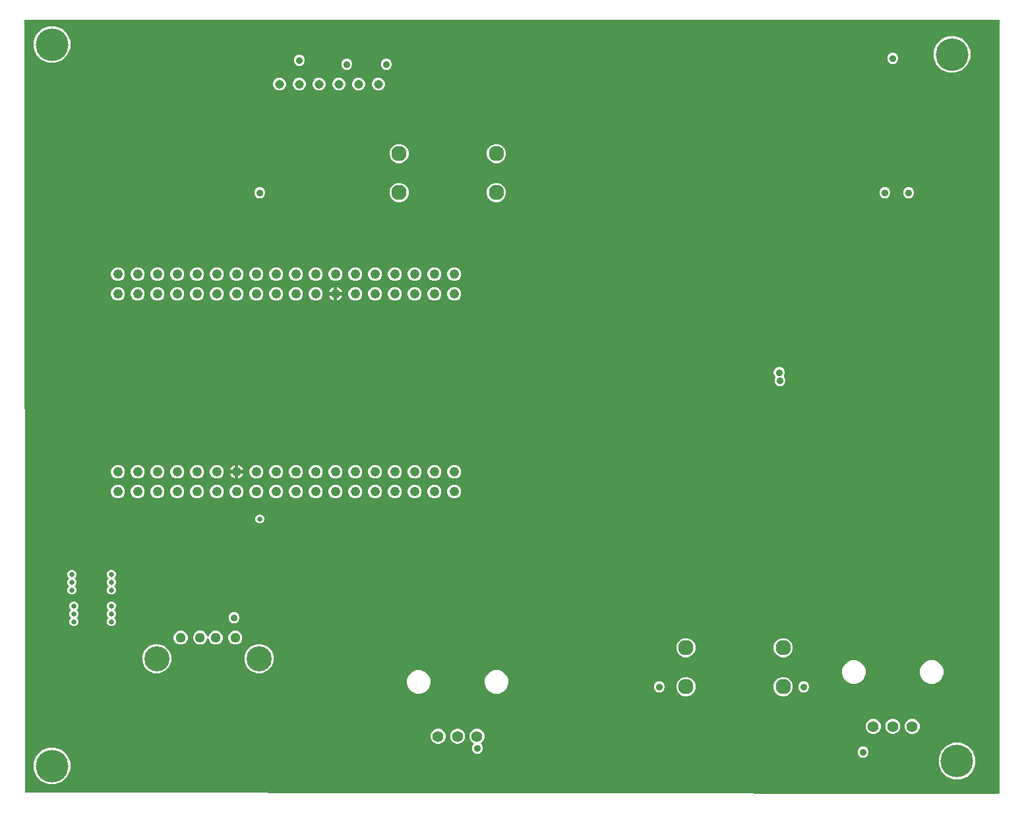
<source format=gbr>
G04 EAGLE Gerber RS-274X export*
G75*
%MOMM*%
%FSLAX34Y34*%
%LPD*%
%INCopper Layer 15*%
%IPPOS*%
%AMOC8*
5,1,8,0,0,1.08239X$1,22.5*%
G01*
%ADD10C,1.137919*%
%ADD11C,1.400000*%
%ADD12C,1.960000*%
%ADD13C,1.244600*%
%ADD14C,1.288000*%
%ADD15C,3.220000*%
%ADD16C,4.191000*%
%ADD17C,0.654800*%
%ADD18C,0.914400*%

G36*
X1253408Y2559D02*
X1253408Y2559D01*
X1253527Y2567D01*
X1253565Y2579D01*
X1253604Y2584D01*
X1253716Y2628D01*
X1253829Y2665D01*
X1253863Y2686D01*
X1253900Y2701D01*
X1253997Y2771D01*
X1254098Y2835D01*
X1254125Y2864D01*
X1254158Y2887D01*
X1254234Y2979D01*
X1254316Y3067D01*
X1254335Y3102D01*
X1254361Y3132D01*
X1254412Y3240D01*
X1254470Y3345D01*
X1254480Y3384D01*
X1254497Y3420D01*
X1254519Y3538D01*
X1254549Y3653D01*
X1254553Y3712D01*
X1254557Y3732D01*
X1254555Y3753D01*
X1254559Y3814D01*
X1254559Y996190D01*
X1254544Y996308D01*
X1254537Y996427D01*
X1254524Y996465D01*
X1254519Y996506D01*
X1254476Y996616D01*
X1254439Y996729D01*
X1254417Y996764D01*
X1254402Y996801D01*
X1254333Y996897D01*
X1254269Y996998D01*
X1254239Y997026D01*
X1254216Y997059D01*
X1254124Y997135D01*
X1254037Y997216D01*
X1254002Y997236D01*
X1253971Y997261D01*
X1253863Y997312D01*
X1253759Y997370D01*
X1253719Y997380D01*
X1253683Y997397D01*
X1253566Y997419D01*
X1253451Y997449D01*
X1253391Y997453D01*
X1253371Y997457D01*
X1253350Y997455D01*
X1253290Y997459D01*
X3814Y997459D01*
X3695Y997444D01*
X3576Y997437D01*
X3538Y997424D01*
X3498Y997419D01*
X3387Y997375D01*
X3273Y997338D01*
X3240Y997317D01*
X3203Y997302D01*
X3106Y997232D01*
X3005Y997168D01*
X2978Y997139D01*
X2945Y997116D01*
X2869Y997023D01*
X2787Y996936D01*
X2768Y996901D01*
X2742Y996871D01*
X2692Y996762D01*
X2634Y996657D01*
X2624Y996619D01*
X2607Y996583D01*
X2584Y996465D01*
X2555Y996349D01*
X2551Y996290D01*
X2547Y996271D01*
X2548Y996250D01*
X2545Y996189D01*
X3553Y5075D01*
X3568Y4958D01*
X3575Y4840D01*
X3588Y4801D01*
X3593Y4759D01*
X3636Y4650D01*
X3673Y4538D01*
X3695Y4502D01*
X3710Y4464D01*
X3780Y4369D01*
X3843Y4269D01*
X3873Y4240D01*
X3897Y4207D01*
X3988Y4132D01*
X4074Y4051D01*
X4110Y4031D01*
X4143Y4004D01*
X4249Y3954D01*
X4352Y3897D01*
X4393Y3887D01*
X4430Y3869D01*
X4546Y3847D01*
X4660Y3817D01*
X4722Y3813D01*
X4743Y3809D01*
X4763Y3811D01*
X4821Y3807D01*
X1253289Y2545D01*
X1253408Y2559D01*
G37*
%LPC*%
G36*
X33426Y941704D02*
X33426Y941704D01*
X24791Y945281D01*
X18181Y951891D01*
X14604Y960526D01*
X14604Y969874D01*
X18181Y978509D01*
X24791Y985119D01*
X33426Y988696D01*
X42774Y988696D01*
X51409Y985119D01*
X58019Y978509D01*
X61596Y969874D01*
X61596Y960526D01*
X58019Y951891D01*
X51409Y945281D01*
X42774Y941704D01*
X33426Y941704D01*
G37*
%LPD*%
%LPC*%
G36*
X1189126Y929004D02*
X1189126Y929004D01*
X1180491Y932581D01*
X1173881Y939191D01*
X1170304Y947826D01*
X1170304Y957174D01*
X1173881Y965809D01*
X1180491Y972419D01*
X1189126Y975996D01*
X1198474Y975996D01*
X1207109Y972419D01*
X1213719Y965809D01*
X1217296Y957174D01*
X1217296Y947826D01*
X1213719Y939191D01*
X1207109Y932581D01*
X1198474Y929004D01*
X1189126Y929004D01*
G37*
%LPD*%
%LPC*%
G36*
X1195476Y20954D02*
X1195476Y20954D01*
X1186841Y24531D01*
X1180231Y31141D01*
X1176654Y39776D01*
X1176654Y49124D01*
X1180231Y57759D01*
X1186841Y64369D01*
X1195476Y67946D01*
X1204824Y67946D01*
X1213459Y64369D01*
X1220069Y57759D01*
X1223646Y49124D01*
X1223646Y39776D01*
X1220069Y31141D01*
X1213459Y24531D01*
X1204824Y20954D01*
X1195476Y20954D01*
G37*
%LPD*%
%LPC*%
G36*
X33426Y14604D02*
X33426Y14604D01*
X24791Y18181D01*
X18181Y24791D01*
X14604Y33426D01*
X14604Y42774D01*
X18181Y51409D01*
X24791Y58019D01*
X33426Y61596D01*
X42774Y61596D01*
X51409Y58019D01*
X58019Y51409D01*
X61596Y42774D01*
X61596Y33426D01*
X58019Y24791D01*
X51409Y18181D01*
X42774Y14604D01*
X33426Y14604D01*
G37*
%LPD*%
%LPC*%
G36*
X300192Y157459D02*
X300192Y157459D01*
X293341Y160297D01*
X288097Y165541D01*
X285259Y172392D01*
X285259Y179808D01*
X288097Y186659D01*
X293341Y191903D01*
X300192Y194741D01*
X307608Y194741D01*
X314459Y191903D01*
X319703Y186659D01*
X322541Y179808D01*
X322541Y172392D01*
X319703Y165541D01*
X314459Y160297D01*
X307608Y157459D01*
X300192Y157459D01*
G37*
%LPD*%
%LPC*%
G36*
X168792Y157459D02*
X168792Y157459D01*
X161941Y160297D01*
X156697Y165541D01*
X153859Y172392D01*
X153859Y179808D01*
X156697Y186659D01*
X161941Y191903D01*
X168792Y194741D01*
X176208Y194741D01*
X183059Y191903D01*
X188303Y186659D01*
X191141Y179808D01*
X191141Y172392D01*
X188303Y165541D01*
X183059Y160297D01*
X176208Y157459D01*
X168792Y157459D01*
G37*
%LPD*%
%LPC*%
G36*
X605808Y131159D02*
X605808Y131159D01*
X600280Y133449D01*
X596049Y137680D01*
X593759Y143208D01*
X593759Y149192D01*
X596049Y154720D01*
X600280Y158951D01*
X605808Y161241D01*
X611792Y161241D01*
X617320Y158951D01*
X621551Y154720D01*
X623841Y149192D01*
X623841Y143208D01*
X621551Y137680D01*
X617320Y133449D01*
X611792Y131159D01*
X605808Y131159D01*
G37*
%LPD*%
%LPC*%
G36*
X1164608Y143859D02*
X1164608Y143859D01*
X1159080Y146149D01*
X1154849Y150380D01*
X1152559Y155908D01*
X1152559Y161892D01*
X1154849Y167420D01*
X1159080Y171651D01*
X1164608Y173941D01*
X1170592Y173941D01*
X1176120Y171651D01*
X1180351Y167420D01*
X1182641Y161892D01*
X1182641Y155908D01*
X1180351Y150380D01*
X1176120Y146149D01*
X1170592Y143859D01*
X1164608Y143859D01*
G37*
%LPD*%
%LPC*%
G36*
X1064608Y143859D02*
X1064608Y143859D01*
X1059080Y146149D01*
X1054849Y150380D01*
X1052559Y155908D01*
X1052559Y161892D01*
X1054849Y167420D01*
X1059080Y171651D01*
X1064608Y173941D01*
X1070592Y173941D01*
X1076120Y171651D01*
X1080351Y167420D01*
X1082641Y161892D01*
X1082641Y155908D01*
X1080351Y150380D01*
X1076120Y146149D01*
X1070592Y143859D01*
X1064608Y143859D01*
G37*
%LPD*%
%LPC*%
G36*
X505808Y131159D02*
X505808Y131159D01*
X500280Y133449D01*
X496049Y137680D01*
X493759Y143208D01*
X493759Y149192D01*
X496049Y154720D01*
X500280Y158951D01*
X505808Y161241D01*
X511792Y161241D01*
X517320Y158951D01*
X521551Y154720D01*
X523841Y149192D01*
X523841Y143208D01*
X521551Y137680D01*
X517320Y133449D01*
X511792Y131159D01*
X505808Y131159D01*
G37*
%LPD*%
%LPC*%
G36*
X226414Y194219D02*
X226414Y194219D01*
X223113Y195586D01*
X220586Y198113D01*
X219219Y201414D01*
X219219Y204986D01*
X220586Y208287D01*
X223113Y210814D01*
X226414Y212181D01*
X229986Y212181D01*
X233287Y210814D01*
X235814Y208287D01*
X237027Y205357D01*
X237096Y205236D01*
X237161Y205113D01*
X237175Y205098D01*
X237185Y205080D01*
X237282Y204980D01*
X237375Y204878D01*
X237392Y204866D01*
X237406Y204852D01*
X237524Y204779D01*
X237641Y204703D01*
X237660Y204696D01*
X237677Y204686D01*
X237810Y204645D01*
X237942Y204600D01*
X237962Y204598D01*
X237981Y204592D01*
X238120Y204585D01*
X238259Y204574D01*
X238279Y204578D01*
X238299Y204577D01*
X238435Y204605D01*
X238572Y204629D01*
X238591Y204637D01*
X238610Y204641D01*
X238735Y204702D01*
X238862Y204759D01*
X238878Y204772D01*
X238896Y204781D01*
X239002Y204871D01*
X239110Y204958D01*
X239123Y204974D01*
X239138Y204987D01*
X239218Y205101D01*
X239302Y205212D01*
X239314Y205237D01*
X239321Y205247D01*
X239328Y205267D01*
X239373Y205357D01*
X240586Y208287D01*
X243113Y210814D01*
X246414Y212181D01*
X249986Y212181D01*
X253287Y210814D01*
X255814Y208287D01*
X257181Y204986D01*
X257181Y201414D01*
X255814Y198113D01*
X253287Y195586D01*
X249986Y194219D01*
X246414Y194219D01*
X243113Y195586D01*
X240586Y198113D01*
X239373Y201043D01*
X239360Y201065D01*
X239353Y201087D01*
X239301Y201168D01*
X239239Y201287D01*
X239225Y201302D01*
X239215Y201320D01*
X239188Y201348D01*
X239183Y201356D01*
X239152Y201385D01*
X239118Y201420D01*
X239025Y201522D01*
X239008Y201533D01*
X238994Y201548D01*
X238875Y201621D01*
X238759Y201697D01*
X238740Y201704D01*
X238723Y201714D01*
X238590Y201755D01*
X238458Y201800D01*
X238438Y201802D01*
X238419Y201808D01*
X238280Y201815D01*
X238141Y201826D01*
X238121Y201822D01*
X238101Y201823D01*
X237965Y201795D01*
X237828Y201771D01*
X237809Y201763D01*
X237790Y201759D01*
X237664Y201697D01*
X237538Y201641D01*
X237522Y201628D01*
X237504Y201619D01*
X237398Y201529D01*
X237340Y201483D01*
X237327Y201473D01*
X237325Y201470D01*
X237290Y201442D01*
X237277Y201426D01*
X237262Y201413D01*
X237182Y201299D01*
X237170Y201283D01*
X237124Y201228D01*
X237118Y201214D01*
X237098Y201188D01*
X237086Y201163D01*
X237079Y201153D01*
X237072Y201133D01*
X237027Y201043D01*
X235814Y198113D01*
X233287Y195586D01*
X229986Y194219D01*
X226414Y194219D01*
G37*
%LPD*%
%LPC*%
G36*
X974445Y127759D02*
X974445Y127759D01*
X969910Y129638D01*
X966438Y133110D01*
X964559Y137645D01*
X964559Y142555D01*
X966438Y147090D01*
X969910Y150562D01*
X974445Y152441D01*
X979355Y152441D01*
X983890Y150562D01*
X987362Y147090D01*
X989241Y142555D01*
X989241Y137645D01*
X987362Y133110D01*
X983890Y129638D01*
X979355Y127759D01*
X974445Y127759D01*
G37*
%LPD*%
%LPC*%
G36*
X606145Y812759D02*
X606145Y812759D01*
X601610Y814638D01*
X598138Y818110D01*
X596259Y822645D01*
X596259Y827555D01*
X598138Y832090D01*
X601610Y835562D01*
X606145Y837441D01*
X611055Y837441D01*
X615590Y835562D01*
X619062Y832090D01*
X620941Y827555D01*
X620941Y822645D01*
X619062Y818110D01*
X615590Y814638D01*
X611055Y812759D01*
X606145Y812759D01*
G37*
%LPD*%
%LPC*%
G36*
X481145Y812759D02*
X481145Y812759D01*
X476610Y814638D01*
X473138Y818110D01*
X471259Y822645D01*
X471259Y827555D01*
X473138Y832090D01*
X476610Y835562D01*
X481145Y837441D01*
X486055Y837441D01*
X490590Y835562D01*
X494062Y832090D01*
X495941Y827555D01*
X495941Y822645D01*
X494062Y818110D01*
X490590Y814638D01*
X486055Y812759D01*
X481145Y812759D01*
G37*
%LPD*%
%LPC*%
G36*
X606145Y762759D02*
X606145Y762759D01*
X601610Y764638D01*
X598138Y768110D01*
X596259Y772645D01*
X596259Y777555D01*
X598138Y782090D01*
X601610Y785562D01*
X606145Y787441D01*
X611055Y787441D01*
X615590Y785562D01*
X619062Y782090D01*
X620941Y777555D01*
X620941Y772645D01*
X619062Y768110D01*
X615590Y764638D01*
X611055Y762759D01*
X606145Y762759D01*
G37*
%LPD*%
%LPC*%
G36*
X481145Y762759D02*
X481145Y762759D01*
X476610Y764638D01*
X473138Y768110D01*
X471259Y772645D01*
X471259Y777555D01*
X473138Y782090D01*
X476610Y785562D01*
X481145Y787441D01*
X486055Y787441D01*
X490590Y785562D01*
X494062Y782090D01*
X495941Y777555D01*
X495941Y772645D01*
X494062Y768110D01*
X490590Y764638D01*
X486055Y762759D01*
X481145Y762759D01*
G37*
%LPD*%
%LPC*%
G36*
X974445Y177759D02*
X974445Y177759D01*
X969910Y179638D01*
X966438Y183110D01*
X964559Y187645D01*
X964559Y192555D01*
X966438Y197090D01*
X969910Y200562D01*
X974445Y202441D01*
X979355Y202441D01*
X983890Y200562D01*
X987362Y197090D01*
X989241Y192555D01*
X989241Y187645D01*
X987362Y183110D01*
X983890Y179638D01*
X979355Y177759D01*
X974445Y177759D01*
G37*
%LPD*%
%LPC*%
G36*
X849445Y127759D02*
X849445Y127759D01*
X844910Y129638D01*
X841438Y133110D01*
X839559Y137645D01*
X839559Y142555D01*
X841438Y147090D01*
X844910Y150562D01*
X849445Y152441D01*
X854355Y152441D01*
X858890Y150562D01*
X862362Y147090D01*
X864241Y142555D01*
X864241Y137645D01*
X862362Y133110D01*
X858890Y129638D01*
X854355Y127759D01*
X849445Y127759D01*
G37*
%LPD*%
%LPC*%
G36*
X849445Y177759D02*
X849445Y177759D01*
X844910Y179638D01*
X841438Y183110D01*
X839559Y187645D01*
X839559Y192555D01*
X841438Y197090D01*
X844910Y200562D01*
X849445Y202441D01*
X854355Y202441D01*
X858890Y200562D01*
X862362Y197090D01*
X864241Y192555D01*
X864241Y187645D01*
X862362Y183110D01*
X858890Y179638D01*
X854355Y177759D01*
X849445Y177759D01*
G37*
%LPD*%
%LPC*%
G36*
X582785Y53847D02*
X582785Y53847D01*
X580171Y54930D01*
X578170Y56931D01*
X577087Y59545D01*
X577087Y62375D01*
X578170Y64989D01*
X579101Y65920D01*
X579132Y65959D01*
X579168Y65993D01*
X579229Y66084D01*
X579296Y66171D01*
X579316Y66217D01*
X579343Y66258D01*
X579379Y66362D01*
X579422Y66463D01*
X579430Y66512D01*
X579446Y66559D01*
X579455Y66668D01*
X579472Y66777D01*
X579468Y66827D01*
X579471Y66876D01*
X579453Y66984D01*
X579442Y67094D01*
X579426Y67141D01*
X579417Y67190D01*
X579372Y67290D01*
X579335Y67393D01*
X579307Y67434D01*
X579286Y67480D01*
X579218Y67565D01*
X579156Y67656D01*
X579119Y67689D01*
X579088Y67728D01*
X579000Y67794D01*
X578918Y67867D01*
X578873Y67889D01*
X578834Y67919D01*
X578689Y67990D01*
X578396Y68112D01*
X575712Y70796D01*
X574259Y74302D01*
X574259Y78098D01*
X575712Y81604D01*
X578396Y84288D01*
X581902Y85741D01*
X585698Y85741D01*
X589204Y84288D01*
X591888Y81604D01*
X593341Y78098D01*
X593341Y74302D01*
X591888Y70796D01*
X589053Y67961D01*
X588980Y67866D01*
X588901Y67777D01*
X588883Y67741D01*
X588858Y67709D01*
X588811Y67600D01*
X588757Y67494D01*
X588748Y67455D01*
X588732Y67418D01*
X588713Y67300D01*
X588687Y67184D01*
X588688Y67143D01*
X588682Y67103D01*
X588693Y66985D01*
X588697Y66866D01*
X588708Y66827D01*
X588712Y66787D01*
X588752Y66675D01*
X588785Y66560D01*
X588806Y66526D01*
X588820Y66488D01*
X588886Y66389D01*
X588947Y66286D01*
X588987Y66241D01*
X588998Y66224D01*
X589013Y66211D01*
X589053Y66166D01*
X590230Y64989D01*
X591313Y62375D01*
X591313Y59545D01*
X590230Y56931D01*
X588229Y54930D01*
X585615Y53847D01*
X582785Y53847D01*
G37*
%LPD*%
%LPC*%
G36*
X62343Y258345D02*
X62343Y258345D01*
X60206Y259230D01*
X58570Y260866D01*
X57685Y263003D01*
X57685Y265317D01*
X58570Y267454D01*
X59459Y268343D01*
X59532Y268437D01*
X59611Y268526D01*
X59629Y268562D01*
X59654Y268594D01*
X59702Y268703D01*
X59756Y268809D01*
X59764Y268848D01*
X59781Y268886D01*
X59799Y269003D01*
X59825Y269119D01*
X59824Y269160D01*
X59830Y269200D01*
X59819Y269318D01*
X59816Y269437D01*
X59804Y269476D01*
X59801Y269516D01*
X59760Y269628D01*
X59727Y269743D01*
X59707Y269778D01*
X59693Y269816D01*
X59626Y269914D01*
X59566Y270017D01*
X59526Y270062D01*
X59514Y270079D01*
X59499Y270092D01*
X59459Y270138D01*
X58570Y271026D01*
X57685Y273163D01*
X57685Y275477D01*
X58570Y277614D01*
X59459Y278503D01*
X59532Y278597D01*
X59611Y278686D01*
X59629Y278722D01*
X59654Y278754D01*
X59702Y278863D01*
X59756Y278969D01*
X59764Y279008D01*
X59781Y279046D01*
X59799Y279163D01*
X59825Y279279D01*
X59824Y279320D01*
X59830Y279360D01*
X59819Y279478D01*
X59816Y279597D01*
X59804Y279636D01*
X59801Y279676D01*
X59760Y279788D01*
X59727Y279903D01*
X59707Y279938D01*
X59693Y279976D01*
X59626Y280074D01*
X59566Y280177D01*
X59526Y280222D01*
X59514Y280239D01*
X59499Y280252D01*
X59459Y280298D01*
X58570Y281186D01*
X57685Y283323D01*
X57685Y285637D01*
X58570Y287774D01*
X60206Y289410D01*
X62343Y290295D01*
X64657Y290295D01*
X66794Y289410D01*
X68430Y287774D01*
X69315Y285637D01*
X69315Y283323D01*
X68430Y281186D01*
X67541Y280298D01*
X67468Y280204D01*
X67389Y280114D01*
X67371Y280078D01*
X67346Y280046D01*
X67299Y279937D01*
X67244Y279831D01*
X67236Y279792D01*
X67219Y279754D01*
X67201Y279637D01*
X67175Y279521D01*
X67176Y279480D01*
X67170Y279440D01*
X67181Y279322D01*
X67184Y279203D01*
X67196Y279164D01*
X67199Y279124D01*
X67240Y279011D01*
X67273Y278897D01*
X67293Y278863D01*
X67307Y278824D01*
X67374Y278726D01*
X67434Y278623D01*
X67474Y278578D01*
X67486Y278561D01*
X67501Y278548D01*
X67541Y278503D01*
X68430Y277614D01*
X69315Y275477D01*
X69315Y273163D01*
X68430Y271026D01*
X67541Y270138D01*
X67468Y270044D01*
X67389Y269954D01*
X67371Y269918D01*
X67346Y269886D01*
X67299Y269777D01*
X67244Y269671D01*
X67236Y269632D01*
X67219Y269594D01*
X67201Y269477D01*
X67175Y269361D01*
X67176Y269320D01*
X67170Y269280D01*
X67181Y269162D01*
X67184Y269043D01*
X67196Y269004D01*
X67199Y268964D01*
X67240Y268851D01*
X67273Y268737D01*
X67293Y268703D01*
X67307Y268664D01*
X67374Y268566D01*
X67434Y268463D01*
X67474Y268418D01*
X67486Y268401D01*
X67501Y268388D01*
X67541Y268343D01*
X68430Y267454D01*
X69315Y265317D01*
X69315Y263003D01*
X68430Y260866D01*
X66794Y259230D01*
X64657Y258345D01*
X62343Y258345D01*
G37*
%LPD*%
%LPC*%
G36*
X113143Y258345D02*
X113143Y258345D01*
X111006Y259230D01*
X109370Y260866D01*
X108485Y263003D01*
X108485Y265317D01*
X109370Y267454D01*
X110259Y268343D01*
X110332Y268437D01*
X110411Y268526D01*
X110429Y268562D01*
X110454Y268594D01*
X110502Y268703D01*
X110556Y268809D01*
X110564Y268848D01*
X110581Y268886D01*
X110599Y269003D01*
X110625Y269119D01*
X110624Y269160D01*
X110630Y269200D01*
X110619Y269318D01*
X110616Y269437D01*
X110604Y269476D01*
X110601Y269516D01*
X110560Y269628D01*
X110527Y269743D01*
X110507Y269778D01*
X110493Y269816D01*
X110426Y269914D01*
X110366Y270017D01*
X110326Y270062D01*
X110314Y270079D01*
X110299Y270092D01*
X110259Y270138D01*
X109370Y271026D01*
X108485Y273163D01*
X108485Y275477D01*
X109370Y277614D01*
X110259Y278503D01*
X110332Y278597D01*
X110411Y278686D01*
X110429Y278722D01*
X110454Y278754D01*
X110502Y278863D01*
X110556Y278969D01*
X110564Y279008D01*
X110581Y279046D01*
X110599Y279163D01*
X110625Y279279D01*
X110624Y279320D01*
X110630Y279360D01*
X110619Y279478D01*
X110616Y279597D01*
X110604Y279636D01*
X110601Y279676D01*
X110560Y279788D01*
X110527Y279903D01*
X110507Y279938D01*
X110493Y279976D01*
X110426Y280074D01*
X110366Y280177D01*
X110326Y280222D01*
X110314Y280239D01*
X110299Y280252D01*
X110259Y280298D01*
X109370Y281186D01*
X108485Y283323D01*
X108485Y285637D01*
X109370Y287774D01*
X111006Y289410D01*
X113143Y290295D01*
X115457Y290295D01*
X117594Y289410D01*
X119230Y287774D01*
X120115Y285637D01*
X120115Y283323D01*
X119230Y281186D01*
X118341Y280298D01*
X118268Y280204D01*
X118189Y280114D01*
X118171Y280078D01*
X118146Y280046D01*
X118099Y279937D01*
X118044Y279831D01*
X118036Y279792D01*
X118019Y279754D01*
X118001Y279637D01*
X117975Y279521D01*
X117976Y279480D01*
X117970Y279440D01*
X117981Y279322D01*
X117984Y279203D01*
X117996Y279164D01*
X117999Y279124D01*
X118040Y279011D01*
X118073Y278897D01*
X118093Y278863D01*
X118107Y278824D01*
X118174Y278726D01*
X118234Y278623D01*
X118274Y278578D01*
X118286Y278561D01*
X118301Y278548D01*
X118341Y278503D01*
X119230Y277614D01*
X120115Y275477D01*
X120115Y273163D01*
X119230Y271026D01*
X118341Y270138D01*
X118268Y270044D01*
X118189Y269954D01*
X118171Y269918D01*
X118146Y269886D01*
X118099Y269777D01*
X118044Y269671D01*
X118036Y269632D01*
X118019Y269594D01*
X118001Y269477D01*
X117975Y269361D01*
X117976Y269320D01*
X117970Y269280D01*
X117981Y269162D01*
X117984Y269043D01*
X117996Y269004D01*
X117999Y268964D01*
X118040Y268851D01*
X118073Y268737D01*
X118093Y268703D01*
X118107Y268664D01*
X118174Y268566D01*
X118234Y268463D01*
X118274Y268418D01*
X118286Y268401D01*
X118301Y268388D01*
X118341Y268343D01*
X119230Y267454D01*
X120115Y265317D01*
X120115Y263003D01*
X119230Y260866D01*
X117594Y259230D01*
X115457Y258345D01*
X113143Y258345D01*
G37*
%LPD*%
%LPC*%
G36*
X64883Y217705D02*
X64883Y217705D01*
X62746Y218590D01*
X61110Y220226D01*
X60225Y222363D01*
X60225Y224677D01*
X61110Y226814D01*
X61999Y227703D01*
X62072Y227797D01*
X62151Y227886D01*
X62169Y227922D01*
X62194Y227954D01*
X62242Y228063D01*
X62296Y228169D01*
X62304Y228208D01*
X62321Y228246D01*
X62339Y228363D01*
X62365Y228479D01*
X62364Y228520D01*
X62370Y228560D01*
X62359Y228678D01*
X62356Y228797D01*
X62344Y228836D01*
X62341Y228876D01*
X62300Y228988D01*
X62267Y229103D01*
X62247Y229138D01*
X62233Y229176D01*
X62166Y229274D01*
X62106Y229377D01*
X62066Y229422D01*
X62054Y229439D01*
X62039Y229452D01*
X61999Y229498D01*
X61110Y230386D01*
X60225Y232523D01*
X60225Y234837D01*
X61110Y236974D01*
X61999Y237863D01*
X62072Y237957D01*
X62151Y238046D01*
X62169Y238082D01*
X62194Y238114D01*
X62242Y238223D01*
X62296Y238329D01*
X62304Y238368D01*
X62321Y238406D01*
X62339Y238523D01*
X62365Y238639D01*
X62364Y238680D01*
X62370Y238720D01*
X62359Y238838D01*
X62356Y238957D01*
X62344Y238996D01*
X62341Y239036D01*
X62300Y239148D01*
X62267Y239263D01*
X62247Y239298D01*
X62233Y239336D01*
X62166Y239434D01*
X62106Y239537D01*
X62066Y239582D01*
X62054Y239599D01*
X62039Y239612D01*
X61999Y239658D01*
X61110Y240546D01*
X60225Y242683D01*
X60225Y244997D01*
X61110Y247134D01*
X62746Y248770D01*
X64883Y249655D01*
X67197Y249655D01*
X69334Y248770D01*
X70970Y247134D01*
X71855Y244997D01*
X71855Y242683D01*
X70970Y240546D01*
X70081Y239658D01*
X70008Y239564D01*
X69929Y239474D01*
X69911Y239438D01*
X69886Y239406D01*
X69839Y239297D01*
X69784Y239191D01*
X69776Y239152D01*
X69759Y239114D01*
X69741Y238997D01*
X69715Y238881D01*
X69716Y238840D01*
X69710Y238800D01*
X69721Y238682D01*
X69724Y238563D01*
X69736Y238524D01*
X69739Y238484D01*
X69780Y238371D01*
X69813Y238257D01*
X69833Y238223D01*
X69847Y238184D01*
X69914Y238086D01*
X69974Y237983D01*
X70014Y237938D01*
X70026Y237921D01*
X70041Y237908D01*
X70081Y237863D01*
X70970Y236974D01*
X71855Y234837D01*
X71855Y232523D01*
X70970Y230386D01*
X70081Y229498D01*
X70008Y229404D01*
X69929Y229314D01*
X69911Y229278D01*
X69886Y229246D01*
X69839Y229137D01*
X69784Y229031D01*
X69776Y228992D01*
X69759Y228954D01*
X69741Y228837D01*
X69715Y228721D01*
X69716Y228680D01*
X69710Y228640D01*
X69721Y228522D01*
X69724Y228403D01*
X69736Y228364D01*
X69739Y228324D01*
X69780Y228211D01*
X69813Y228097D01*
X69833Y228063D01*
X69847Y228024D01*
X69914Y227926D01*
X69974Y227823D01*
X70014Y227778D01*
X70026Y227761D01*
X70041Y227748D01*
X70081Y227703D01*
X70970Y226814D01*
X71855Y224677D01*
X71855Y222363D01*
X70970Y220226D01*
X69334Y218590D01*
X67197Y217705D01*
X64883Y217705D01*
G37*
%LPD*%
%LPC*%
G36*
X113143Y217705D02*
X113143Y217705D01*
X111006Y218590D01*
X109370Y220226D01*
X108485Y222363D01*
X108485Y224677D01*
X109370Y226814D01*
X110259Y227702D01*
X110332Y227796D01*
X110411Y227886D01*
X110429Y227922D01*
X110454Y227954D01*
X110501Y228063D01*
X110556Y228169D01*
X110564Y228208D01*
X110581Y228246D01*
X110599Y228363D01*
X110625Y228479D01*
X110624Y228520D01*
X110630Y228560D01*
X110619Y228678D01*
X110616Y228797D01*
X110604Y228836D01*
X110601Y228876D01*
X110560Y228989D01*
X110527Y229103D01*
X110507Y229137D01*
X110493Y229176D01*
X110426Y229274D01*
X110366Y229377D01*
X110326Y229422D01*
X110314Y229439D01*
X110299Y229452D01*
X110259Y229497D01*
X109370Y230386D01*
X108485Y232523D01*
X108485Y234837D01*
X109370Y236974D01*
X110259Y237862D01*
X110332Y237956D01*
X110411Y238046D01*
X110429Y238082D01*
X110454Y238114D01*
X110501Y238223D01*
X110556Y238329D01*
X110564Y238368D01*
X110581Y238406D01*
X110599Y238523D01*
X110625Y238639D01*
X110624Y238680D01*
X110630Y238720D01*
X110619Y238838D01*
X110616Y238957D01*
X110604Y238996D01*
X110601Y239036D01*
X110560Y239149D01*
X110527Y239263D01*
X110507Y239297D01*
X110493Y239336D01*
X110426Y239434D01*
X110366Y239537D01*
X110326Y239582D01*
X110314Y239599D01*
X110299Y239612D01*
X110259Y239657D01*
X109370Y240546D01*
X108485Y242683D01*
X108485Y244997D01*
X109370Y247134D01*
X111006Y248770D01*
X113143Y249655D01*
X115457Y249655D01*
X117594Y248770D01*
X119230Y247134D01*
X120115Y244997D01*
X120115Y242683D01*
X119230Y240546D01*
X118341Y239657D01*
X118268Y239563D01*
X118189Y239474D01*
X118171Y239438D01*
X118146Y239406D01*
X118098Y239297D01*
X118044Y239191D01*
X118036Y239152D01*
X118019Y239114D01*
X118001Y238997D01*
X117975Y238881D01*
X117976Y238840D01*
X117970Y238800D01*
X117981Y238682D01*
X117984Y238563D01*
X117996Y238524D01*
X117999Y238484D01*
X118040Y238372D01*
X118073Y238257D01*
X118093Y238222D01*
X118107Y238184D01*
X118174Y238086D01*
X118234Y237983D01*
X118274Y237938D01*
X118286Y237921D01*
X118301Y237908D01*
X118341Y237862D01*
X119230Y236974D01*
X120115Y234837D01*
X120115Y232523D01*
X119230Y230386D01*
X118341Y229497D01*
X118268Y229403D01*
X118189Y229314D01*
X118171Y229278D01*
X118146Y229246D01*
X118098Y229137D01*
X118044Y229031D01*
X118036Y228992D01*
X118019Y228954D01*
X118001Y228837D01*
X117975Y228721D01*
X117976Y228680D01*
X117970Y228640D01*
X117981Y228522D01*
X117984Y228403D01*
X117996Y228364D01*
X117999Y228324D01*
X118040Y228212D01*
X118073Y228097D01*
X118093Y228062D01*
X118107Y228024D01*
X118174Y227926D01*
X118234Y227823D01*
X118274Y227778D01*
X118286Y227761D01*
X118301Y227748D01*
X118341Y227702D01*
X119230Y226814D01*
X120115Y224677D01*
X120115Y222363D01*
X119230Y220226D01*
X117594Y218590D01*
X115457Y217705D01*
X113143Y217705D01*
G37*
%LPD*%
%LPC*%
G36*
X971405Y526287D02*
X971405Y526287D01*
X968791Y527370D01*
X966790Y529371D01*
X965707Y531985D01*
X965707Y534815D01*
X966784Y537413D01*
X966791Y537442D01*
X966805Y537468D01*
X966833Y537595D01*
X966868Y537720D01*
X966868Y537750D01*
X966875Y537778D01*
X966871Y537908D01*
X966873Y538038D01*
X966866Y538067D01*
X966865Y538096D01*
X966829Y538221D01*
X966798Y538347D01*
X966785Y538373D01*
X966776Y538402D01*
X966710Y538514D01*
X966650Y538628D01*
X966630Y538650D01*
X966615Y538676D01*
X966508Y538797D01*
X965774Y539531D01*
X964691Y542145D01*
X964691Y544975D01*
X965774Y547589D01*
X967775Y549590D01*
X970389Y550673D01*
X973219Y550673D01*
X975833Y549590D01*
X977834Y547589D01*
X978917Y544975D01*
X978917Y542145D01*
X977840Y539547D01*
X977833Y539518D01*
X977819Y539492D01*
X977791Y539365D01*
X977756Y539240D01*
X977756Y539210D01*
X977749Y539182D01*
X977753Y539052D01*
X977751Y538922D01*
X977758Y538893D01*
X977759Y538864D01*
X977795Y538739D01*
X977826Y538613D01*
X977839Y538587D01*
X977848Y538558D01*
X977914Y538446D01*
X977974Y538332D01*
X977994Y538310D01*
X978009Y538284D01*
X978116Y538163D01*
X978850Y537429D01*
X979933Y534815D01*
X979933Y531985D01*
X978850Y529371D01*
X976849Y527370D01*
X974235Y526287D01*
X971405Y526287D01*
G37*
%LPD*%
%LPC*%
G36*
X1090702Y79359D02*
X1090702Y79359D01*
X1087196Y80812D01*
X1084512Y83496D01*
X1083059Y87002D01*
X1083059Y90798D01*
X1084512Y94304D01*
X1087196Y96988D01*
X1090702Y98441D01*
X1094498Y98441D01*
X1098004Y96988D01*
X1100688Y94304D01*
X1102141Y90798D01*
X1102141Y87002D01*
X1100688Y83496D01*
X1098004Y80812D01*
X1094498Y79359D01*
X1090702Y79359D01*
G37*
%LPD*%
%LPC*%
G36*
X556902Y66659D02*
X556902Y66659D01*
X553396Y68112D01*
X550712Y70796D01*
X549259Y74302D01*
X549259Y78098D01*
X550712Y81604D01*
X553396Y84288D01*
X556902Y85741D01*
X560698Y85741D01*
X564204Y84288D01*
X566888Y81604D01*
X568341Y78098D01*
X568341Y74302D01*
X566888Y70796D01*
X564204Y68112D01*
X560698Y66659D01*
X556902Y66659D01*
G37*
%LPD*%
%LPC*%
G36*
X531902Y66659D02*
X531902Y66659D01*
X528396Y68112D01*
X525712Y70796D01*
X524259Y74302D01*
X524259Y78098D01*
X525712Y81604D01*
X528396Y84288D01*
X531902Y85741D01*
X535698Y85741D01*
X539204Y84288D01*
X541888Y81604D01*
X543341Y78098D01*
X543341Y74302D01*
X541888Y70796D01*
X539204Y68112D01*
X535698Y66659D01*
X531902Y66659D01*
G37*
%LPD*%
%LPC*%
G36*
X1115702Y79359D02*
X1115702Y79359D01*
X1112196Y80812D01*
X1109512Y83496D01*
X1108059Y87002D01*
X1108059Y90798D01*
X1109512Y94304D01*
X1112196Y96988D01*
X1115702Y98441D01*
X1119498Y98441D01*
X1123004Y96988D01*
X1125688Y94304D01*
X1127141Y90798D01*
X1127141Y87002D01*
X1125688Y83496D01*
X1123004Y80812D01*
X1119498Y79359D01*
X1115702Y79359D01*
G37*
%LPD*%
%LPC*%
G36*
X1140702Y79359D02*
X1140702Y79359D01*
X1137196Y80812D01*
X1134512Y83496D01*
X1133059Y87002D01*
X1133059Y90798D01*
X1134512Y94304D01*
X1137196Y96988D01*
X1140702Y98441D01*
X1144498Y98441D01*
X1148004Y96988D01*
X1150688Y94304D01*
X1152141Y90798D01*
X1152141Y87002D01*
X1150688Y83496D01*
X1148004Y80812D01*
X1144498Y79359D01*
X1140702Y79359D01*
G37*
%LPD*%
%LPC*%
G36*
X201414Y194219D02*
X201414Y194219D01*
X198113Y195586D01*
X195586Y198113D01*
X194219Y201414D01*
X194219Y204986D01*
X195586Y208287D01*
X198113Y210814D01*
X201414Y212181D01*
X204986Y212181D01*
X208287Y210814D01*
X210814Y208287D01*
X212181Y204986D01*
X212181Y201414D01*
X210814Y198113D01*
X208287Y195586D01*
X204986Y194219D01*
X201414Y194219D01*
G37*
%LPD*%
%LPC*%
G36*
X271414Y194219D02*
X271414Y194219D01*
X268113Y195586D01*
X265586Y198113D01*
X264219Y201414D01*
X264219Y204986D01*
X265586Y208287D01*
X268113Y210814D01*
X271414Y212181D01*
X274986Y212181D01*
X278287Y210814D01*
X280814Y208287D01*
X282181Y204986D01*
X282181Y201414D01*
X280814Y198113D01*
X278287Y195586D01*
X274986Y194219D01*
X271414Y194219D01*
G37*
%LPD*%
%LPC*%
G36*
X273257Y661536D02*
X273257Y661536D01*
X270036Y662870D01*
X267570Y665336D01*
X266236Y668557D01*
X266236Y672043D01*
X267570Y675264D01*
X270036Y677730D01*
X273257Y679064D01*
X276743Y679064D01*
X279964Y677730D01*
X282430Y675264D01*
X283764Y672043D01*
X283764Y668557D01*
X282430Y665336D01*
X279964Y662870D01*
X276743Y661536D01*
X273257Y661536D01*
G37*
%LPD*%
%LPC*%
G36*
X247857Y661536D02*
X247857Y661536D01*
X244636Y662870D01*
X242170Y665336D01*
X240836Y668557D01*
X240836Y672043D01*
X242170Y675264D01*
X244636Y677730D01*
X247857Y679064D01*
X251343Y679064D01*
X254564Y677730D01*
X257030Y675264D01*
X258364Y672043D01*
X258364Y668557D01*
X257030Y665336D01*
X254564Y662870D01*
X251343Y661536D01*
X247857Y661536D01*
G37*
%LPD*%
%LPC*%
G36*
X222457Y661536D02*
X222457Y661536D01*
X219236Y662870D01*
X216770Y665336D01*
X215436Y668557D01*
X215436Y672043D01*
X216770Y675264D01*
X219236Y677730D01*
X222457Y679064D01*
X225943Y679064D01*
X229164Y677730D01*
X231630Y675264D01*
X232964Y672043D01*
X232964Y668557D01*
X231630Y665336D01*
X229164Y662870D01*
X225943Y661536D01*
X222457Y661536D01*
G37*
%LPD*%
%LPC*%
G36*
X197057Y661536D02*
X197057Y661536D01*
X193836Y662870D01*
X191370Y665336D01*
X190036Y668557D01*
X190036Y672043D01*
X191370Y675264D01*
X193836Y677730D01*
X197057Y679064D01*
X200543Y679064D01*
X203764Y677730D01*
X206230Y675264D01*
X207564Y672043D01*
X207564Y668557D01*
X206230Y665336D01*
X203764Y662870D01*
X200543Y661536D01*
X197057Y661536D01*
G37*
%LPD*%
%LPC*%
G36*
X171657Y661536D02*
X171657Y661536D01*
X168436Y662870D01*
X165970Y665336D01*
X164636Y668557D01*
X164636Y672043D01*
X165970Y675264D01*
X168436Y677730D01*
X171657Y679064D01*
X175143Y679064D01*
X178364Y677730D01*
X180830Y675264D01*
X182164Y672043D01*
X182164Y668557D01*
X180830Y665336D01*
X178364Y662870D01*
X175143Y661536D01*
X171657Y661536D01*
G37*
%LPD*%
%LPC*%
G36*
X552657Y636136D02*
X552657Y636136D01*
X549436Y637470D01*
X546970Y639936D01*
X545636Y643157D01*
X545636Y646643D01*
X546970Y649864D01*
X549436Y652330D01*
X552657Y653664D01*
X556143Y653664D01*
X559364Y652330D01*
X561830Y649864D01*
X563164Y646643D01*
X563164Y643157D01*
X561830Y639936D01*
X559364Y637470D01*
X556143Y636136D01*
X552657Y636136D01*
G37*
%LPD*%
%LPC*%
G36*
X527257Y636136D02*
X527257Y636136D01*
X524036Y637470D01*
X521570Y639936D01*
X520236Y643157D01*
X520236Y646643D01*
X521570Y649864D01*
X524036Y652330D01*
X527257Y653664D01*
X530743Y653664D01*
X533964Y652330D01*
X536430Y649864D01*
X537764Y646643D01*
X537764Y643157D01*
X536430Y639936D01*
X533964Y637470D01*
X530743Y636136D01*
X527257Y636136D01*
G37*
%LPD*%
%LPC*%
G36*
X501857Y636136D02*
X501857Y636136D01*
X498636Y637470D01*
X496170Y639936D01*
X494836Y643157D01*
X494836Y646643D01*
X496170Y649864D01*
X498636Y652330D01*
X501857Y653664D01*
X505343Y653664D01*
X508564Y652330D01*
X511030Y649864D01*
X512364Y646643D01*
X512364Y643157D01*
X511030Y639936D01*
X508564Y637470D01*
X505343Y636136D01*
X501857Y636136D01*
G37*
%LPD*%
%LPC*%
G36*
X476457Y636136D02*
X476457Y636136D01*
X473236Y637470D01*
X470770Y639936D01*
X469436Y643157D01*
X469436Y646643D01*
X470770Y649864D01*
X473236Y652330D01*
X476457Y653664D01*
X479943Y653664D01*
X483164Y652330D01*
X485630Y649864D01*
X486964Y646643D01*
X486964Y643157D01*
X485630Y639936D01*
X483164Y637470D01*
X479943Y636136D01*
X476457Y636136D01*
G37*
%LPD*%
%LPC*%
G36*
X451057Y636136D02*
X451057Y636136D01*
X447836Y637470D01*
X445370Y639936D01*
X444036Y643157D01*
X444036Y646643D01*
X445370Y649864D01*
X447836Y652330D01*
X451057Y653664D01*
X454543Y653664D01*
X457764Y652330D01*
X460230Y649864D01*
X461564Y646643D01*
X461564Y643157D01*
X460230Y639936D01*
X457764Y637470D01*
X454543Y636136D01*
X451057Y636136D01*
G37*
%LPD*%
%LPC*%
G36*
X425657Y636136D02*
X425657Y636136D01*
X422436Y637470D01*
X419970Y639936D01*
X418636Y643157D01*
X418636Y646643D01*
X419970Y649864D01*
X422436Y652330D01*
X425657Y653664D01*
X429143Y653664D01*
X432364Y652330D01*
X434830Y649864D01*
X436164Y646643D01*
X436164Y643157D01*
X434830Y639936D01*
X432364Y637470D01*
X429143Y636136D01*
X425657Y636136D01*
G37*
%LPD*%
%LPC*%
G36*
X374857Y636136D02*
X374857Y636136D01*
X371636Y637470D01*
X369170Y639936D01*
X367836Y643157D01*
X367836Y646643D01*
X369170Y649864D01*
X371636Y652330D01*
X374857Y653664D01*
X378343Y653664D01*
X381564Y652330D01*
X384030Y649864D01*
X385364Y646643D01*
X385364Y643157D01*
X384030Y639936D01*
X381564Y637470D01*
X378343Y636136D01*
X374857Y636136D01*
G37*
%LPD*%
%LPC*%
G36*
X349457Y636136D02*
X349457Y636136D01*
X346236Y637470D01*
X343770Y639936D01*
X342436Y643157D01*
X342436Y646643D01*
X343770Y649864D01*
X346236Y652330D01*
X349457Y653664D01*
X352943Y653664D01*
X356164Y652330D01*
X358630Y649864D01*
X359964Y646643D01*
X359964Y643157D01*
X358630Y639936D01*
X356164Y637470D01*
X352943Y636136D01*
X349457Y636136D01*
G37*
%LPD*%
%LPC*%
G36*
X324057Y636136D02*
X324057Y636136D01*
X320836Y637470D01*
X318370Y639936D01*
X317036Y643157D01*
X317036Y646643D01*
X318370Y649864D01*
X320836Y652330D01*
X324057Y653664D01*
X327543Y653664D01*
X330764Y652330D01*
X333230Y649864D01*
X334564Y646643D01*
X334564Y643157D01*
X333230Y639936D01*
X330764Y637470D01*
X327543Y636136D01*
X324057Y636136D01*
G37*
%LPD*%
%LPC*%
G36*
X298657Y636136D02*
X298657Y636136D01*
X295436Y637470D01*
X292970Y639936D01*
X291636Y643157D01*
X291636Y646643D01*
X292970Y649864D01*
X295436Y652330D01*
X298657Y653664D01*
X302143Y653664D01*
X305364Y652330D01*
X307830Y649864D01*
X309164Y646643D01*
X309164Y643157D01*
X307830Y639936D01*
X305364Y637470D01*
X302143Y636136D01*
X298657Y636136D01*
G37*
%LPD*%
%LPC*%
G36*
X273257Y636136D02*
X273257Y636136D01*
X270036Y637470D01*
X267570Y639936D01*
X266236Y643157D01*
X266236Y646643D01*
X267570Y649864D01*
X270036Y652330D01*
X273257Y653664D01*
X276743Y653664D01*
X279964Y652330D01*
X282430Y649864D01*
X283764Y646643D01*
X283764Y643157D01*
X282430Y639936D01*
X279964Y637470D01*
X276743Y636136D01*
X273257Y636136D01*
G37*
%LPD*%
%LPC*%
G36*
X247857Y636136D02*
X247857Y636136D01*
X244636Y637470D01*
X242170Y639936D01*
X240836Y643157D01*
X240836Y646643D01*
X242170Y649864D01*
X244636Y652330D01*
X247857Y653664D01*
X251343Y653664D01*
X254564Y652330D01*
X257030Y649864D01*
X258364Y646643D01*
X258364Y643157D01*
X257030Y639936D01*
X254564Y637470D01*
X251343Y636136D01*
X247857Y636136D01*
G37*
%LPD*%
%LPC*%
G36*
X222457Y636136D02*
X222457Y636136D01*
X219236Y637470D01*
X216770Y639936D01*
X215436Y643157D01*
X215436Y646643D01*
X216770Y649864D01*
X219236Y652330D01*
X222457Y653664D01*
X225943Y653664D01*
X229164Y652330D01*
X231630Y649864D01*
X232964Y646643D01*
X232964Y643157D01*
X231630Y639936D01*
X229164Y637470D01*
X225943Y636136D01*
X222457Y636136D01*
G37*
%LPD*%
%LPC*%
G36*
X197057Y636136D02*
X197057Y636136D01*
X193836Y637470D01*
X191370Y639936D01*
X190036Y643157D01*
X190036Y646643D01*
X191370Y649864D01*
X193836Y652330D01*
X197057Y653664D01*
X200543Y653664D01*
X203764Y652330D01*
X206230Y649864D01*
X207564Y646643D01*
X207564Y643157D01*
X206230Y639936D01*
X203764Y637470D01*
X200543Y636136D01*
X197057Y636136D01*
G37*
%LPD*%
%LPC*%
G36*
X171657Y636136D02*
X171657Y636136D01*
X168436Y637470D01*
X165970Y639936D01*
X164636Y643157D01*
X164636Y646643D01*
X165970Y649864D01*
X168436Y652330D01*
X171657Y653664D01*
X175143Y653664D01*
X178364Y652330D01*
X180830Y649864D01*
X182164Y646643D01*
X182164Y643157D01*
X180830Y639936D01*
X178364Y637470D01*
X175143Y636136D01*
X171657Y636136D01*
G37*
%LPD*%
%LPC*%
G36*
X146257Y636136D02*
X146257Y636136D01*
X143036Y637470D01*
X140570Y639936D01*
X139236Y643157D01*
X139236Y646643D01*
X140570Y649864D01*
X143036Y652330D01*
X146257Y653664D01*
X149743Y653664D01*
X152964Y652330D01*
X155430Y649864D01*
X156764Y646643D01*
X156764Y643157D01*
X155430Y639936D01*
X152964Y637470D01*
X149743Y636136D01*
X146257Y636136D01*
G37*
%LPD*%
%LPC*%
G36*
X120857Y636136D02*
X120857Y636136D01*
X117636Y637470D01*
X115170Y639936D01*
X113836Y643157D01*
X113836Y646643D01*
X115170Y649864D01*
X117636Y652330D01*
X120857Y653664D01*
X124343Y653664D01*
X127564Y652330D01*
X130030Y649864D01*
X131364Y646643D01*
X131364Y643157D01*
X130030Y639936D01*
X127564Y637470D01*
X124343Y636136D01*
X120857Y636136D01*
G37*
%LPD*%
%LPC*%
G36*
X501857Y407536D02*
X501857Y407536D01*
X498636Y408870D01*
X496170Y411336D01*
X494836Y414557D01*
X494836Y418043D01*
X496170Y421264D01*
X498636Y423730D01*
X501857Y425064D01*
X505343Y425064D01*
X508564Y423730D01*
X511030Y421264D01*
X512364Y418043D01*
X512364Y414557D01*
X511030Y411336D01*
X508564Y408870D01*
X505343Y407536D01*
X501857Y407536D01*
G37*
%LPD*%
%LPC*%
G36*
X374857Y661536D02*
X374857Y661536D01*
X371636Y662870D01*
X369170Y665336D01*
X367836Y668557D01*
X367836Y672043D01*
X369170Y675264D01*
X371636Y677730D01*
X374857Y679064D01*
X378343Y679064D01*
X381564Y677730D01*
X384030Y675264D01*
X385364Y672043D01*
X385364Y668557D01*
X384030Y665336D01*
X381564Y662870D01*
X378343Y661536D01*
X374857Y661536D01*
G37*
%LPD*%
%LPC*%
G36*
X349457Y661536D02*
X349457Y661536D01*
X346236Y662870D01*
X343770Y665336D01*
X342436Y668557D01*
X342436Y672043D01*
X343770Y675264D01*
X346236Y677730D01*
X349457Y679064D01*
X352943Y679064D01*
X356164Y677730D01*
X358630Y675264D01*
X359964Y672043D01*
X359964Y668557D01*
X358630Y665336D01*
X356164Y662870D01*
X352943Y661536D01*
X349457Y661536D01*
G37*
%LPD*%
%LPC*%
G36*
X552657Y661536D02*
X552657Y661536D01*
X549436Y662870D01*
X546970Y665336D01*
X545636Y668557D01*
X545636Y672043D01*
X546970Y675264D01*
X549436Y677730D01*
X552657Y679064D01*
X556143Y679064D01*
X559364Y677730D01*
X561830Y675264D01*
X563164Y672043D01*
X563164Y668557D01*
X561830Y665336D01*
X559364Y662870D01*
X556143Y661536D01*
X552657Y661536D01*
G37*
%LPD*%
%LPC*%
G36*
X298657Y661536D02*
X298657Y661536D01*
X295436Y662870D01*
X292970Y665336D01*
X291636Y668557D01*
X291636Y672043D01*
X292970Y675264D01*
X295436Y677730D01*
X298657Y679064D01*
X302143Y679064D01*
X305364Y677730D01*
X307830Y675264D01*
X309164Y672043D01*
X309164Y668557D01*
X307830Y665336D01*
X305364Y662870D01*
X302143Y661536D01*
X298657Y661536D01*
G37*
%LPD*%
%LPC*%
G36*
X451057Y407536D02*
X451057Y407536D01*
X447836Y408870D01*
X445370Y411336D01*
X444036Y414557D01*
X444036Y418043D01*
X445370Y421264D01*
X447836Y423730D01*
X451057Y425064D01*
X454543Y425064D01*
X457764Y423730D01*
X460230Y421264D01*
X461564Y418043D01*
X461564Y414557D01*
X460230Y411336D01*
X457764Y408870D01*
X454543Y407536D01*
X451057Y407536D01*
G37*
%LPD*%
%LPC*%
G36*
X425657Y407536D02*
X425657Y407536D01*
X422436Y408870D01*
X419970Y411336D01*
X418636Y414557D01*
X418636Y418043D01*
X419970Y421264D01*
X422436Y423730D01*
X425657Y425064D01*
X429143Y425064D01*
X432364Y423730D01*
X434830Y421264D01*
X436164Y418043D01*
X436164Y414557D01*
X434830Y411336D01*
X432364Y408870D01*
X429143Y407536D01*
X425657Y407536D01*
G37*
%LPD*%
%LPC*%
G36*
X552657Y407536D02*
X552657Y407536D01*
X549436Y408870D01*
X546970Y411336D01*
X545636Y414557D01*
X545636Y418043D01*
X546970Y421264D01*
X549436Y423730D01*
X552657Y425064D01*
X556143Y425064D01*
X559364Y423730D01*
X561830Y421264D01*
X563164Y418043D01*
X563164Y414557D01*
X561830Y411336D01*
X559364Y408870D01*
X556143Y407536D01*
X552657Y407536D01*
G37*
%LPD*%
%LPC*%
G36*
X527257Y407536D02*
X527257Y407536D01*
X524036Y408870D01*
X521570Y411336D01*
X520236Y414557D01*
X520236Y418043D01*
X521570Y421264D01*
X524036Y423730D01*
X527257Y425064D01*
X530743Y425064D01*
X533964Y423730D01*
X536430Y421264D01*
X537764Y418043D01*
X537764Y414557D01*
X536430Y411336D01*
X533964Y408870D01*
X530743Y407536D01*
X527257Y407536D01*
G37*
%LPD*%
%LPC*%
G36*
X324057Y661536D02*
X324057Y661536D01*
X320836Y662870D01*
X318370Y665336D01*
X317036Y668557D01*
X317036Y672043D01*
X318370Y675264D01*
X320836Y677730D01*
X324057Y679064D01*
X327543Y679064D01*
X330764Y677730D01*
X333230Y675264D01*
X334564Y672043D01*
X334564Y668557D01*
X333230Y665336D01*
X330764Y662870D01*
X327543Y661536D01*
X324057Y661536D01*
G37*
%LPD*%
%LPC*%
G36*
X476457Y407536D02*
X476457Y407536D01*
X473236Y408870D01*
X470770Y411336D01*
X469436Y414557D01*
X469436Y418043D01*
X470770Y421264D01*
X473236Y423730D01*
X476457Y425064D01*
X479943Y425064D01*
X483164Y423730D01*
X485630Y421264D01*
X486964Y418043D01*
X486964Y414557D01*
X485630Y411336D01*
X483164Y408870D01*
X479943Y407536D01*
X476457Y407536D01*
G37*
%LPD*%
%LPC*%
G36*
X400257Y407536D02*
X400257Y407536D01*
X397036Y408870D01*
X394570Y411336D01*
X393236Y414557D01*
X393236Y418043D01*
X394570Y421264D01*
X397036Y423730D01*
X400257Y425064D01*
X403743Y425064D01*
X406964Y423730D01*
X409430Y421264D01*
X410764Y418043D01*
X410764Y414557D01*
X409430Y411336D01*
X406964Y408870D01*
X403743Y407536D01*
X400257Y407536D01*
G37*
%LPD*%
%LPC*%
G36*
X374857Y407536D02*
X374857Y407536D01*
X371636Y408870D01*
X369170Y411336D01*
X367836Y414557D01*
X367836Y418043D01*
X369170Y421264D01*
X371636Y423730D01*
X374857Y425064D01*
X378343Y425064D01*
X381564Y423730D01*
X384030Y421264D01*
X385364Y418043D01*
X385364Y414557D01*
X384030Y411336D01*
X381564Y408870D01*
X378343Y407536D01*
X374857Y407536D01*
G37*
%LPD*%
%LPC*%
G36*
X349457Y407536D02*
X349457Y407536D01*
X346236Y408870D01*
X343770Y411336D01*
X342436Y414557D01*
X342436Y418043D01*
X343770Y421264D01*
X346236Y423730D01*
X349457Y425064D01*
X352943Y425064D01*
X356164Y423730D01*
X358630Y421264D01*
X359964Y418043D01*
X359964Y414557D01*
X358630Y411336D01*
X356164Y408870D01*
X352943Y407536D01*
X349457Y407536D01*
G37*
%LPD*%
%LPC*%
G36*
X324057Y407536D02*
X324057Y407536D01*
X320836Y408870D01*
X318370Y411336D01*
X317036Y414557D01*
X317036Y418043D01*
X318370Y421264D01*
X320836Y423730D01*
X324057Y425064D01*
X327543Y425064D01*
X330764Y423730D01*
X333230Y421264D01*
X334564Y418043D01*
X334564Y414557D01*
X333230Y411336D01*
X330764Y408870D01*
X327543Y407536D01*
X324057Y407536D01*
G37*
%LPD*%
%LPC*%
G36*
X298657Y407536D02*
X298657Y407536D01*
X295436Y408870D01*
X292970Y411336D01*
X291636Y414557D01*
X291636Y418043D01*
X292970Y421264D01*
X295436Y423730D01*
X298657Y425064D01*
X302143Y425064D01*
X305364Y423730D01*
X307830Y421264D01*
X309164Y418043D01*
X309164Y414557D01*
X307830Y411336D01*
X305364Y408870D01*
X302143Y407536D01*
X298657Y407536D01*
G37*
%LPD*%
%LPC*%
G36*
X247857Y407536D02*
X247857Y407536D01*
X244636Y408870D01*
X242170Y411336D01*
X240836Y414557D01*
X240836Y418043D01*
X242170Y421264D01*
X244636Y423730D01*
X247857Y425064D01*
X251343Y425064D01*
X254564Y423730D01*
X257030Y421264D01*
X258364Y418043D01*
X258364Y414557D01*
X257030Y411336D01*
X254564Y408870D01*
X251343Y407536D01*
X247857Y407536D01*
G37*
%LPD*%
%LPC*%
G36*
X222457Y407536D02*
X222457Y407536D01*
X219236Y408870D01*
X216770Y411336D01*
X215436Y414557D01*
X215436Y418043D01*
X216770Y421264D01*
X219236Y423730D01*
X222457Y425064D01*
X225943Y425064D01*
X229164Y423730D01*
X231630Y421264D01*
X232964Y418043D01*
X232964Y414557D01*
X231630Y411336D01*
X229164Y408870D01*
X225943Y407536D01*
X222457Y407536D01*
G37*
%LPD*%
%LPC*%
G36*
X197057Y407536D02*
X197057Y407536D01*
X193836Y408870D01*
X191370Y411336D01*
X190036Y414557D01*
X190036Y418043D01*
X191370Y421264D01*
X193836Y423730D01*
X197057Y425064D01*
X200543Y425064D01*
X203764Y423730D01*
X206230Y421264D01*
X207564Y418043D01*
X207564Y414557D01*
X206230Y411336D01*
X203764Y408870D01*
X200543Y407536D01*
X197057Y407536D01*
G37*
%LPD*%
%LPC*%
G36*
X171657Y407536D02*
X171657Y407536D01*
X168436Y408870D01*
X165970Y411336D01*
X164636Y414557D01*
X164636Y418043D01*
X165970Y421264D01*
X168436Y423730D01*
X171657Y425064D01*
X175143Y425064D01*
X178364Y423730D01*
X180830Y421264D01*
X182164Y418043D01*
X182164Y414557D01*
X180830Y411336D01*
X178364Y408870D01*
X175143Y407536D01*
X171657Y407536D01*
G37*
%LPD*%
%LPC*%
G36*
X146257Y407536D02*
X146257Y407536D01*
X143036Y408870D01*
X140570Y411336D01*
X139236Y414557D01*
X139236Y418043D01*
X140570Y421264D01*
X143036Y423730D01*
X146257Y425064D01*
X149743Y425064D01*
X152964Y423730D01*
X155430Y421264D01*
X156764Y418043D01*
X156764Y414557D01*
X155430Y411336D01*
X152964Y408870D01*
X149743Y407536D01*
X146257Y407536D01*
G37*
%LPD*%
%LPC*%
G36*
X120857Y407536D02*
X120857Y407536D01*
X117636Y408870D01*
X115170Y411336D01*
X113836Y414557D01*
X113836Y418043D01*
X115170Y421264D01*
X117636Y423730D01*
X120857Y425064D01*
X124343Y425064D01*
X127564Y423730D01*
X130030Y421264D01*
X131364Y418043D01*
X131364Y414557D01*
X130030Y411336D01*
X127564Y408870D01*
X124343Y407536D01*
X120857Y407536D01*
G37*
%LPD*%
%LPC*%
G36*
X527257Y661536D02*
X527257Y661536D01*
X524036Y662870D01*
X521570Y665336D01*
X520236Y668557D01*
X520236Y672043D01*
X521570Y675264D01*
X524036Y677730D01*
X527257Y679064D01*
X530743Y679064D01*
X533964Y677730D01*
X536430Y675264D01*
X537764Y672043D01*
X537764Y668557D01*
X536430Y665336D01*
X533964Y662870D01*
X530743Y661536D01*
X527257Y661536D01*
G37*
%LPD*%
%LPC*%
G36*
X501857Y661536D02*
X501857Y661536D01*
X498636Y662870D01*
X496170Y665336D01*
X494836Y668557D01*
X494836Y672043D01*
X496170Y675264D01*
X498636Y677730D01*
X501857Y679064D01*
X505343Y679064D01*
X508564Y677730D01*
X511030Y675264D01*
X512364Y672043D01*
X512364Y668557D01*
X511030Y665336D01*
X508564Y662870D01*
X505343Y661536D01*
X501857Y661536D01*
G37*
%LPD*%
%LPC*%
G36*
X476457Y661536D02*
X476457Y661536D01*
X473236Y662870D01*
X470770Y665336D01*
X469436Y668557D01*
X469436Y672043D01*
X470770Y675264D01*
X473236Y677730D01*
X476457Y679064D01*
X479943Y679064D01*
X483164Y677730D01*
X485630Y675264D01*
X486964Y672043D01*
X486964Y668557D01*
X485630Y665336D01*
X483164Y662870D01*
X479943Y661536D01*
X476457Y661536D01*
G37*
%LPD*%
%LPC*%
G36*
X451057Y661536D02*
X451057Y661536D01*
X447836Y662870D01*
X445370Y665336D01*
X444036Y668557D01*
X444036Y672043D01*
X445370Y675264D01*
X447836Y677730D01*
X451057Y679064D01*
X454543Y679064D01*
X457764Y677730D01*
X460230Y675264D01*
X461564Y672043D01*
X461564Y668557D01*
X460230Y665336D01*
X457764Y662870D01*
X454543Y661536D01*
X451057Y661536D01*
G37*
%LPD*%
%LPC*%
G36*
X197057Y382136D02*
X197057Y382136D01*
X193836Y383470D01*
X191370Y385936D01*
X190036Y389157D01*
X190036Y392643D01*
X191370Y395864D01*
X193836Y398330D01*
X197057Y399664D01*
X200543Y399664D01*
X203764Y398330D01*
X206230Y395864D01*
X207564Y392643D01*
X207564Y389157D01*
X206230Y385936D01*
X203764Y383470D01*
X200543Y382136D01*
X197057Y382136D01*
G37*
%LPD*%
%LPC*%
G36*
X171657Y382136D02*
X171657Y382136D01*
X168436Y383470D01*
X165970Y385936D01*
X164636Y389157D01*
X164636Y392643D01*
X165970Y395864D01*
X168436Y398330D01*
X171657Y399664D01*
X175143Y399664D01*
X178364Y398330D01*
X180830Y395864D01*
X182164Y392643D01*
X182164Y389157D01*
X180830Y385936D01*
X178364Y383470D01*
X175143Y382136D01*
X171657Y382136D01*
G37*
%LPD*%
%LPC*%
G36*
X552657Y382136D02*
X552657Y382136D01*
X549436Y383470D01*
X546970Y385936D01*
X545636Y389157D01*
X545636Y392643D01*
X546970Y395864D01*
X549436Y398330D01*
X552657Y399664D01*
X556143Y399664D01*
X559364Y398330D01*
X561830Y395864D01*
X563164Y392643D01*
X563164Y389157D01*
X561830Y385936D01*
X559364Y383470D01*
X556143Y382136D01*
X552657Y382136D01*
G37*
%LPD*%
%LPC*%
G36*
X527257Y382136D02*
X527257Y382136D01*
X524036Y383470D01*
X521570Y385936D01*
X520236Y389157D01*
X520236Y392643D01*
X521570Y395864D01*
X524036Y398330D01*
X527257Y399664D01*
X530743Y399664D01*
X533964Y398330D01*
X536430Y395864D01*
X537764Y392643D01*
X537764Y389157D01*
X536430Y385936D01*
X533964Y383470D01*
X530743Y382136D01*
X527257Y382136D01*
G37*
%LPD*%
%LPC*%
G36*
X501857Y382136D02*
X501857Y382136D01*
X498636Y383470D01*
X496170Y385936D01*
X494836Y389157D01*
X494836Y392643D01*
X496170Y395864D01*
X498636Y398330D01*
X501857Y399664D01*
X505343Y399664D01*
X508564Y398330D01*
X511030Y395864D01*
X512364Y392643D01*
X512364Y389157D01*
X511030Y385936D01*
X508564Y383470D01*
X505343Y382136D01*
X501857Y382136D01*
G37*
%LPD*%
%LPC*%
G36*
X476457Y382136D02*
X476457Y382136D01*
X473236Y383470D01*
X470770Y385936D01*
X469436Y389157D01*
X469436Y392643D01*
X470770Y395864D01*
X473236Y398330D01*
X476457Y399664D01*
X479943Y399664D01*
X483164Y398330D01*
X485630Y395864D01*
X486964Y392643D01*
X486964Y389157D01*
X485630Y385936D01*
X483164Y383470D01*
X479943Y382136D01*
X476457Y382136D01*
G37*
%LPD*%
%LPC*%
G36*
X451057Y382136D02*
X451057Y382136D01*
X447836Y383470D01*
X445370Y385936D01*
X444036Y389157D01*
X444036Y392643D01*
X445370Y395864D01*
X447836Y398330D01*
X451057Y399664D01*
X454543Y399664D01*
X457764Y398330D01*
X460230Y395864D01*
X461564Y392643D01*
X461564Y389157D01*
X460230Y385936D01*
X457764Y383470D01*
X454543Y382136D01*
X451057Y382136D01*
G37*
%LPD*%
%LPC*%
G36*
X425657Y382136D02*
X425657Y382136D01*
X422436Y383470D01*
X419970Y385936D01*
X418636Y389157D01*
X418636Y392643D01*
X419970Y395864D01*
X422436Y398330D01*
X425657Y399664D01*
X429143Y399664D01*
X432364Y398330D01*
X434830Y395864D01*
X436164Y392643D01*
X436164Y389157D01*
X434830Y385936D01*
X432364Y383470D01*
X429143Y382136D01*
X425657Y382136D01*
G37*
%LPD*%
%LPC*%
G36*
X400257Y382136D02*
X400257Y382136D01*
X397036Y383470D01*
X394570Y385936D01*
X393236Y389157D01*
X393236Y392643D01*
X394570Y395864D01*
X397036Y398330D01*
X400257Y399664D01*
X403743Y399664D01*
X406964Y398330D01*
X409430Y395864D01*
X410764Y392643D01*
X410764Y389157D01*
X409430Y385936D01*
X406964Y383470D01*
X403743Y382136D01*
X400257Y382136D01*
G37*
%LPD*%
%LPC*%
G36*
X374857Y382136D02*
X374857Y382136D01*
X371636Y383470D01*
X369170Y385936D01*
X367836Y389157D01*
X367836Y392643D01*
X369170Y395864D01*
X371636Y398330D01*
X374857Y399664D01*
X378343Y399664D01*
X381564Y398330D01*
X384030Y395864D01*
X385364Y392643D01*
X385364Y389157D01*
X384030Y385936D01*
X381564Y383470D01*
X378343Y382136D01*
X374857Y382136D01*
G37*
%LPD*%
%LPC*%
G36*
X349457Y382136D02*
X349457Y382136D01*
X346236Y383470D01*
X343770Y385936D01*
X342436Y389157D01*
X342436Y392643D01*
X343770Y395864D01*
X346236Y398330D01*
X349457Y399664D01*
X352943Y399664D01*
X356164Y398330D01*
X358630Y395864D01*
X359964Y392643D01*
X359964Y389157D01*
X358630Y385936D01*
X356164Y383470D01*
X352943Y382136D01*
X349457Y382136D01*
G37*
%LPD*%
%LPC*%
G36*
X324057Y382136D02*
X324057Y382136D01*
X320836Y383470D01*
X318370Y385936D01*
X317036Y389157D01*
X317036Y392643D01*
X318370Y395864D01*
X320836Y398330D01*
X324057Y399664D01*
X327543Y399664D01*
X330764Y398330D01*
X333230Y395864D01*
X334564Y392643D01*
X334564Y389157D01*
X333230Y385936D01*
X330764Y383470D01*
X327543Y382136D01*
X324057Y382136D01*
G37*
%LPD*%
%LPC*%
G36*
X298657Y382136D02*
X298657Y382136D01*
X295436Y383470D01*
X292970Y385936D01*
X291636Y389157D01*
X291636Y392643D01*
X292970Y395864D01*
X295436Y398330D01*
X298657Y399664D01*
X302143Y399664D01*
X305364Y398330D01*
X307830Y395864D01*
X309164Y392643D01*
X309164Y389157D01*
X307830Y385936D01*
X305364Y383470D01*
X302143Y382136D01*
X298657Y382136D01*
G37*
%LPD*%
%LPC*%
G36*
X273257Y382136D02*
X273257Y382136D01*
X270036Y383470D01*
X267570Y385936D01*
X266236Y389157D01*
X266236Y392643D01*
X267570Y395864D01*
X270036Y398330D01*
X273257Y399664D01*
X276743Y399664D01*
X279964Y398330D01*
X282430Y395864D01*
X283764Y392643D01*
X283764Y389157D01*
X282430Y385936D01*
X279964Y383470D01*
X276743Y382136D01*
X273257Y382136D01*
G37*
%LPD*%
%LPC*%
G36*
X247857Y382136D02*
X247857Y382136D01*
X244636Y383470D01*
X242170Y385936D01*
X240836Y389157D01*
X240836Y392643D01*
X242170Y395864D01*
X244636Y398330D01*
X247857Y399664D01*
X251343Y399664D01*
X254564Y398330D01*
X257030Y395864D01*
X258364Y392643D01*
X258364Y389157D01*
X257030Y385936D01*
X254564Y383470D01*
X251343Y382136D01*
X247857Y382136D01*
G37*
%LPD*%
%LPC*%
G36*
X222457Y382136D02*
X222457Y382136D01*
X219236Y383470D01*
X216770Y385936D01*
X215436Y389157D01*
X215436Y392643D01*
X216770Y395864D01*
X219236Y398330D01*
X222457Y399664D01*
X225943Y399664D01*
X229164Y398330D01*
X231630Y395864D01*
X232964Y392643D01*
X232964Y389157D01*
X231630Y385936D01*
X229164Y383470D01*
X225943Y382136D01*
X222457Y382136D01*
G37*
%LPD*%
%LPC*%
G36*
X146257Y382136D02*
X146257Y382136D01*
X143036Y383470D01*
X140570Y385936D01*
X139236Y389157D01*
X139236Y392643D01*
X140570Y395864D01*
X143036Y398330D01*
X146257Y399664D01*
X149743Y399664D01*
X152964Y398330D01*
X155430Y395864D01*
X156764Y392643D01*
X156764Y389157D01*
X155430Y385936D01*
X152964Y383470D01*
X149743Y382136D01*
X146257Y382136D01*
G37*
%LPD*%
%LPC*%
G36*
X120857Y382136D02*
X120857Y382136D01*
X117636Y383470D01*
X115170Y385936D01*
X113836Y389157D01*
X113836Y392643D01*
X115170Y395864D01*
X117636Y398330D01*
X120857Y399664D01*
X124343Y399664D01*
X127564Y398330D01*
X130030Y395864D01*
X131364Y392643D01*
X131364Y389157D01*
X130030Y385936D01*
X127564Y383470D01*
X124343Y382136D01*
X120857Y382136D01*
G37*
%LPD*%
%LPC*%
G36*
X425657Y661536D02*
X425657Y661536D01*
X422436Y662870D01*
X419970Y665336D01*
X418636Y668557D01*
X418636Y672043D01*
X419970Y675264D01*
X422436Y677730D01*
X425657Y679064D01*
X429143Y679064D01*
X432364Y677730D01*
X434830Y675264D01*
X436164Y672043D01*
X436164Y668557D01*
X434830Y665336D01*
X432364Y662870D01*
X429143Y661536D01*
X425657Y661536D01*
G37*
%LPD*%
%LPC*%
G36*
X120857Y661536D02*
X120857Y661536D01*
X117636Y662870D01*
X115170Y665336D01*
X113836Y668557D01*
X113836Y672043D01*
X115170Y675264D01*
X117636Y677730D01*
X120857Y679064D01*
X124343Y679064D01*
X127564Y677730D01*
X130030Y675264D01*
X131364Y672043D01*
X131364Y668557D01*
X130030Y665336D01*
X127564Y662870D01*
X124343Y661536D01*
X120857Y661536D01*
G37*
%LPD*%
%LPC*%
G36*
X146257Y661536D02*
X146257Y661536D01*
X143036Y662870D01*
X140570Y665336D01*
X139236Y668557D01*
X139236Y672043D01*
X140570Y675264D01*
X143036Y677730D01*
X146257Y679064D01*
X149743Y679064D01*
X152964Y677730D01*
X155430Y675264D01*
X156764Y672043D01*
X156764Y668557D01*
X155430Y665336D01*
X152964Y662870D01*
X149743Y661536D01*
X146257Y661536D01*
G37*
%LPD*%
%LPC*%
G36*
X400257Y661536D02*
X400257Y661536D01*
X397036Y662870D01*
X394570Y665336D01*
X393236Y668557D01*
X393236Y672043D01*
X394570Y675264D01*
X397036Y677730D01*
X400257Y679064D01*
X403743Y679064D01*
X406964Y677730D01*
X409430Y675264D01*
X410764Y672043D01*
X410764Y668557D01*
X409430Y665336D01*
X406964Y662870D01*
X403743Y661536D01*
X400257Y661536D01*
G37*
%LPD*%
%LPC*%
G36*
X353963Y906170D02*
X353963Y906170D01*
X350938Y907423D01*
X348623Y909738D01*
X347370Y912763D01*
X347370Y916037D01*
X348623Y919062D01*
X350938Y921377D01*
X353963Y922630D01*
X357237Y922630D01*
X360262Y921377D01*
X362577Y919062D01*
X363830Y916037D01*
X363830Y912763D01*
X362577Y909738D01*
X360262Y907423D01*
X357237Y906170D01*
X353963Y906170D01*
G37*
%LPD*%
%LPC*%
G36*
X379363Y906170D02*
X379363Y906170D01*
X376338Y907423D01*
X374023Y909738D01*
X372770Y912763D01*
X372770Y916037D01*
X374023Y919062D01*
X376338Y921377D01*
X379363Y922630D01*
X382637Y922630D01*
X385662Y921377D01*
X387977Y919062D01*
X389230Y916037D01*
X389230Y912763D01*
X387977Y909738D01*
X385662Y907423D01*
X382637Y906170D01*
X379363Y906170D01*
G37*
%LPD*%
%LPC*%
G36*
X404763Y906170D02*
X404763Y906170D01*
X401738Y907423D01*
X399423Y909738D01*
X398170Y912763D01*
X398170Y916037D01*
X399423Y919062D01*
X401738Y921377D01*
X404763Y922630D01*
X408037Y922630D01*
X411062Y921377D01*
X413377Y919062D01*
X414630Y916037D01*
X414630Y912763D01*
X413377Y909738D01*
X411062Y907423D01*
X408037Y906170D01*
X404763Y906170D01*
G37*
%LPD*%
%LPC*%
G36*
X328563Y906170D02*
X328563Y906170D01*
X325538Y907423D01*
X323223Y909738D01*
X321970Y912763D01*
X321970Y916037D01*
X323223Y919062D01*
X325538Y921377D01*
X328563Y922630D01*
X331837Y922630D01*
X334862Y921377D01*
X337177Y919062D01*
X338430Y916037D01*
X338430Y912763D01*
X337177Y909738D01*
X334862Y907423D01*
X331837Y906170D01*
X328563Y906170D01*
G37*
%LPD*%
%LPC*%
G36*
X430163Y906170D02*
X430163Y906170D01*
X427138Y907423D01*
X424823Y909738D01*
X423570Y912763D01*
X423570Y916037D01*
X424823Y919062D01*
X427138Y921377D01*
X430163Y922630D01*
X433437Y922630D01*
X436462Y921377D01*
X438777Y919062D01*
X440030Y916037D01*
X440030Y912763D01*
X438777Y909738D01*
X436462Y907423D01*
X433437Y906170D01*
X430163Y906170D01*
G37*
%LPD*%
%LPC*%
G36*
X455563Y906170D02*
X455563Y906170D01*
X452538Y907423D01*
X450223Y909738D01*
X448970Y912763D01*
X448970Y916037D01*
X450223Y919062D01*
X452538Y921377D01*
X455563Y922630D01*
X458837Y922630D01*
X461862Y921377D01*
X464177Y919062D01*
X465430Y916037D01*
X465430Y912763D01*
X464177Y909738D01*
X461862Y907423D01*
X458837Y906170D01*
X455563Y906170D01*
G37*
%LPD*%
%LPC*%
G36*
X415145Y932687D02*
X415145Y932687D01*
X412531Y933770D01*
X410530Y935771D01*
X409447Y938385D01*
X409447Y941215D01*
X410530Y943829D01*
X412531Y945830D01*
X415145Y946913D01*
X417975Y946913D01*
X420589Y945830D01*
X422590Y943829D01*
X423673Y941215D01*
X423673Y938385D01*
X422590Y935771D01*
X420589Y933770D01*
X417975Y932687D01*
X415145Y932687D01*
G37*
%LPD*%
%LPC*%
G36*
X465945Y932687D02*
X465945Y932687D01*
X463331Y933770D01*
X461330Y935771D01*
X460247Y938385D01*
X460247Y941215D01*
X461330Y943829D01*
X463331Y945830D01*
X465945Y946913D01*
X468775Y946913D01*
X471389Y945830D01*
X473390Y943829D01*
X474473Y941215D01*
X474473Y938385D01*
X473390Y935771D01*
X471389Y933770D01*
X468775Y932687D01*
X465945Y932687D01*
G37*
%LPD*%
%LPC*%
G36*
X354185Y937767D02*
X354185Y937767D01*
X351571Y938850D01*
X349570Y940851D01*
X348487Y943465D01*
X348487Y946295D01*
X349570Y948909D01*
X351571Y950910D01*
X354185Y951993D01*
X357015Y951993D01*
X359629Y950910D01*
X361630Y948909D01*
X362713Y946295D01*
X362713Y943465D01*
X361630Y940851D01*
X359629Y938850D01*
X357015Y937767D01*
X354185Y937767D01*
G37*
%LPD*%
%LPC*%
G36*
X1136505Y767587D02*
X1136505Y767587D01*
X1133891Y768670D01*
X1131890Y770671D01*
X1130807Y773285D01*
X1130807Y776115D01*
X1131890Y778729D01*
X1133891Y780730D01*
X1136505Y781813D01*
X1139335Y781813D01*
X1141949Y780730D01*
X1143950Y778729D01*
X1145033Y776115D01*
X1145033Y773285D01*
X1143950Y770671D01*
X1141949Y768670D01*
X1139335Y767587D01*
X1136505Y767587D01*
G37*
%LPD*%
%LPC*%
G36*
X303385Y767587D02*
X303385Y767587D01*
X300771Y768670D01*
X298770Y770671D01*
X297687Y773285D01*
X297687Y776115D01*
X298770Y778729D01*
X300771Y780730D01*
X303385Y781813D01*
X306215Y781813D01*
X308829Y780730D01*
X310830Y778729D01*
X311913Y776115D01*
X311913Y773285D01*
X310830Y770671D01*
X308829Y768670D01*
X306215Y767587D01*
X303385Y767587D01*
G37*
%LPD*%
%LPC*%
G36*
X1106025Y767587D02*
X1106025Y767587D01*
X1103411Y768670D01*
X1101410Y770671D01*
X1100327Y773285D01*
X1100327Y776115D01*
X1101410Y778729D01*
X1103411Y780730D01*
X1106025Y781813D01*
X1108855Y781813D01*
X1111469Y780730D01*
X1113470Y778729D01*
X1114553Y776115D01*
X1114553Y773285D01*
X1113470Y770671D01*
X1111469Y768670D01*
X1108855Y767587D01*
X1106025Y767587D01*
G37*
%LPD*%
%LPC*%
G36*
X1116185Y940307D02*
X1116185Y940307D01*
X1113571Y941390D01*
X1111570Y943391D01*
X1110487Y946005D01*
X1110487Y948835D01*
X1111570Y951449D01*
X1113571Y953450D01*
X1116185Y954533D01*
X1119015Y954533D01*
X1121629Y953450D01*
X1123630Y951449D01*
X1124713Y948835D01*
X1124713Y946005D01*
X1123630Y943391D01*
X1121629Y941390D01*
X1119015Y940307D01*
X1116185Y940307D01*
G37*
%LPD*%
%LPC*%
G36*
X1078085Y48767D02*
X1078085Y48767D01*
X1075471Y49850D01*
X1073470Y51851D01*
X1072387Y54465D01*
X1072387Y57295D01*
X1073470Y59909D01*
X1075471Y61910D01*
X1078085Y62993D01*
X1080915Y62993D01*
X1083529Y61910D01*
X1085530Y59909D01*
X1086613Y57295D01*
X1086613Y54465D01*
X1085530Y51851D01*
X1083529Y49850D01*
X1080915Y48767D01*
X1078085Y48767D01*
G37*
%LPD*%
%LPC*%
G36*
X270365Y221487D02*
X270365Y221487D01*
X267751Y222570D01*
X265750Y224571D01*
X264667Y227185D01*
X264667Y230015D01*
X265750Y232629D01*
X267751Y234630D01*
X270365Y235713D01*
X273195Y235713D01*
X275809Y234630D01*
X277810Y232629D01*
X278893Y230015D01*
X278893Y227185D01*
X277810Y224571D01*
X275809Y222570D01*
X273195Y221487D01*
X270365Y221487D01*
G37*
%LPD*%
%LPC*%
G36*
X1001885Y132587D02*
X1001885Y132587D01*
X999271Y133670D01*
X997270Y135671D01*
X996187Y138285D01*
X996187Y141115D01*
X997270Y143729D01*
X999271Y145730D01*
X1001885Y146813D01*
X1004715Y146813D01*
X1007329Y145730D01*
X1009330Y143729D01*
X1010413Y141115D01*
X1010413Y138285D01*
X1009330Y135671D01*
X1007329Y133670D01*
X1004715Y132587D01*
X1001885Y132587D01*
G37*
%LPD*%
%LPC*%
G36*
X816465Y132587D02*
X816465Y132587D01*
X813851Y133670D01*
X811850Y135671D01*
X810767Y138285D01*
X810767Y141115D01*
X811850Y143729D01*
X813851Y145730D01*
X816465Y146813D01*
X819295Y146813D01*
X821909Y145730D01*
X823910Y143729D01*
X824993Y141115D01*
X824993Y138285D01*
X823910Y135671D01*
X821909Y133670D01*
X819295Y132587D01*
X816465Y132587D01*
G37*
%LPD*%
%LPC*%
G36*
X303643Y349785D02*
X303643Y349785D01*
X301506Y350670D01*
X299870Y352306D01*
X298985Y354443D01*
X298985Y356757D01*
X299870Y358894D01*
X301506Y360530D01*
X303643Y361415D01*
X305957Y361415D01*
X308094Y360530D01*
X309730Y358894D01*
X310615Y356757D01*
X310615Y354443D01*
X309730Y352306D01*
X308094Y350670D01*
X305957Y349785D01*
X303643Y349785D01*
G37*
%LPD*%
%LPC*%
G36*
X404222Y647122D02*
X404222Y647122D01*
X404222Y653393D01*
X404556Y653327D01*
X406151Y652666D01*
X407587Y651707D01*
X408807Y650487D01*
X409766Y649051D01*
X410427Y647456D01*
X410493Y647122D01*
X404222Y647122D01*
G37*
%LPD*%
%LPC*%
G36*
X277222Y418522D02*
X277222Y418522D01*
X277222Y424793D01*
X277556Y424727D01*
X279151Y424066D01*
X280587Y423107D01*
X281807Y421887D01*
X282766Y420451D01*
X283427Y418856D01*
X283493Y418522D01*
X277222Y418522D01*
G37*
%LPD*%
%LPC*%
G36*
X266507Y418522D02*
X266507Y418522D01*
X266573Y418856D01*
X267234Y420451D01*
X268193Y421887D01*
X269413Y423107D01*
X270849Y424066D01*
X272444Y424727D01*
X272778Y424793D01*
X272778Y418522D01*
X266507Y418522D01*
G37*
%LPD*%
%LPC*%
G36*
X404222Y642678D02*
X404222Y642678D01*
X410493Y642678D01*
X410427Y642344D01*
X409766Y640749D01*
X408807Y639313D01*
X407587Y638093D01*
X406151Y637134D01*
X404556Y636473D01*
X404222Y636407D01*
X404222Y642678D01*
G37*
%LPD*%
%LPC*%
G36*
X277222Y414078D02*
X277222Y414078D01*
X283493Y414078D01*
X283427Y413744D01*
X282766Y412149D01*
X281807Y410713D01*
X280587Y409493D01*
X279151Y408534D01*
X277556Y407873D01*
X277222Y407807D01*
X277222Y414078D01*
G37*
%LPD*%
%LPC*%
G36*
X393507Y647122D02*
X393507Y647122D01*
X393573Y647456D01*
X394234Y649051D01*
X395193Y650487D01*
X396413Y651707D01*
X397849Y652666D01*
X399444Y653327D01*
X399778Y653393D01*
X399778Y647122D01*
X393507Y647122D01*
G37*
%LPD*%
%LPC*%
G36*
X399444Y636473D02*
X399444Y636473D01*
X397849Y637134D01*
X396413Y638093D01*
X395193Y639313D01*
X394234Y640749D01*
X393573Y642344D01*
X393507Y642678D01*
X399778Y642678D01*
X399778Y636407D01*
X399444Y636473D01*
G37*
%LPD*%
%LPC*%
G36*
X272444Y407873D02*
X272444Y407873D01*
X270849Y408534D01*
X269413Y409493D01*
X268193Y410713D01*
X267234Y412149D01*
X266573Y413744D01*
X266507Y414078D01*
X272778Y414078D01*
X272778Y407807D01*
X272444Y407873D01*
G37*
%LPD*%
D10*
X330200Y914400D03*
X355600Y914400D03*
D11*
X1092600Y88900D03*
X1117600Y88900D03*
X1142600Y88900D03*
D12*
X608600Y825100D03*
X608600Y775100D03*
X483600Y775100D03*
X483600Y825100D03*
D13*
X122600Y390900D03*
X122600Y416300D03*
X148000Y390900D03*
X148000Y416300D03*
X173400Y390900D03*
X173400Y416300D03*
X198800Y390900D03*
X198800Y416300D03*
X224200Y390900D03*
X224200Y416300D03*
X249600Y390900D03*
X249600Y416300D03*
X275000Y390900D03*
X275000Y416300D03*
X300400Y390900D03*
X300400Y416300D03*
X325800Y390900D03*
X325800Y416300D03*
X351200Y390900D03*
X351200Y416300D03*
X376600Y390900D03*
X376600Y416300D03*
X402000Y390900D03*
X402000Y416300D03*
X427400Y390900D03*
X427400Y416300D03*
X452800Y390900D03*
X452800Y416300D03*
X478200Y390900D03*
X478200Y416300D03*
X503600Y390900D03*
X503600Y416300D03*
X529000Y390900D03*
X529000Y416300D03*
X554400Y390900D03*
X554400Y416300D03*
X122600Y644900D03*
X122600Y670300D03*
X148000Y644900D03*
X148000Y670300D03*
X173400Y644900D03*
X173400Y670300D03*
X198800Y644900D03*
X198800Y670300D03*
X224200Y644900D03*
X224200Y670300D03*
X249600Y644900D03*
X249600Y670300D03*
X275000Y644900D03*
X275000Y670300D03*
X300400Y644900D03*
X300400Y670300D03*
X325800Y644900D03*
X325800Y670300D03*
X351200Y644900D03*
X351200Y670300D03*
X376600Y644900D03*
X376600Y670300D03*
X402000Y644900D03*
X402000Y670300D03*
X427400Y644900D03*
X427400Y670300D03*
X452800Y644900D03*
X452800Y670300D03*
X478200Y644900D03*
X478200Y670300D03*
X503600Y644900D03*
X503600Y670300D03*
X529000Y644900D03*
X529000Y670300D03*
X554400Y644900D03*
X554400Y670300D03*
D10*
X381000Y914400D03*
X406400Y914400D03*
X431800Y914400D03*
X457200Y914400D03*
D11*
X533800Y76200D03*
X558800Y76200D03*
X583800Y76200D03*
D12*
X851900Y140100D03*
X851900Y190100D03*
X976900Y190100D03*
X976900Y140100D03*
D14*
X203200Y203200D03*
X228200Y203200D03*
X248200Y203200D03*
X273200Y203200D03*
D15*
X172500Y176100D03*
X303900Y176100D03*
D16*
X38100Y965200D03*
X38100Y38100D03*
X1200150Y44450D03*
X1193800Y952500D03*
D17*
X304800Y355600D03*
X63500Y284480D03*
X63500Y274320D03*
X63500Y264160D03*
X114300Y284480D03*
X114300Y274320D03*
X114300Y264160D03*
D18*
X304800Y774700D03*
X416560Y939800D03*
X467360Y939800D03*
X355600Y944880D03*
X584200Y60960D03*
X271780Y228600D03*
X1079500Y55880D03*
X1137920Y774700D03*
X1107440Y774700D03*
X817880Y139700D03*
X1117600Y947420D03*
X971804Y543560D03*
X972820Y533400D03*
X1003300Y139700D03*
X414700Y626700D03*
X914400Y717550D03*
X1033780Y168910D03*
X949960Y538480D03*
X960120Y543560D03*
D17*
X66040Y243840D03*
X66040Y233680D03*
X66040Y223520D03*
X114300Y223520D03*
X114300Y233680D03*
X114300Y243840D03*
M02*

</source>
